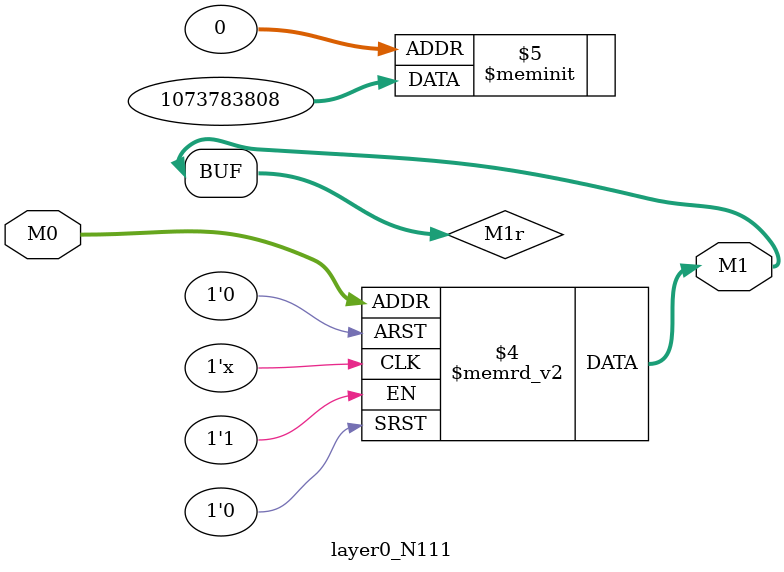
<source format=v>
module layer0_N111 ( input [3:0] M0, output [1:0] M1 );

	(*rom_style = "distributed" *) reg [1:0] M1r;
	assign M1 = M1r;
	always @ (M0) begin
		case (M0)
			4'b0000: M1r = 2'b00;
			4'b1000: M1r = 2'b00;
			4'b0100: M1r = 2'b00;
			4'b1100: M1r = 2'b00;
			4'b0010: M1r = 2'b00;
			4'b1010: M1r = 2'b00;
			4'b0110: M1r = 2'b10;
			4'b1110: M1r = 2'b00;
			4'b0001: M1r = 2'b00;
			4'b1001: M1r = 2'b00;
			4'b0101: M1r = 2'b01;
			4'b1101: M1r = 2'b00;
			4'b0011: M1r = 2'b00;
			4'b1011: M1r = 2'b00;
			4'b0111: M1r = 2'b10;
			4'b1111: M1r = 2'b01;

		endcase
	end
endmodule

</source>
